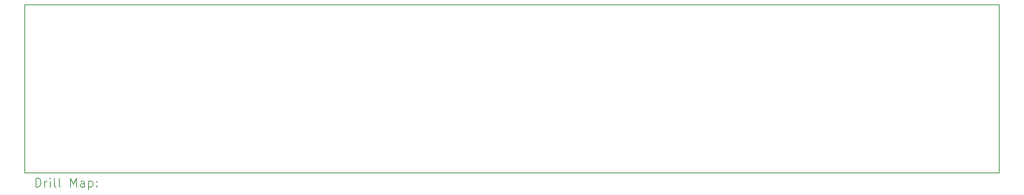
<source format=gbr>
%TF.GenerationSoftware,KiCad,Pcbnew,7.0.7-7.0.7~ubuntu22.04.1*%
%TF.CreationDate,2023-09-23T23:40:23+02:00*%
%TF.ProjectId,Distrib,44697374-7269-4622-9e6b-696361645f70,rev?*%
%TF.SameCoordinates,Original*%
%TF.FileFunction,Drillmap*%
%TF.FilePolarity,Positive*%
%FSLAX45Y45*%
G04 Gerber Fmt 4.5, Leading zero omitted, Abs format (unit mm)*
G04 Created by KiCad (PCBNEW 7.0.7-7.0.7~ubuntu22.04.1) date 2023-09-23 23:40:23*
%MOMM*%
%LPD*%
G01*
G04 APERTURE LIST*
%ADD10C,0.150000*%
%ADD11C,0.200000*%
G04 APERTURE END LIST*
D10*
X25100000Y-5200000D02*
X3100000Y-5200000D01*
X25100000Y-5200000D02*
X25100000Y-9000000D01*
X3100000Y-9000000D02*
X25100000Y-9000000D01*
X3100000Y-5200000D02*
X3100000Y-9000000D01*
D11*
X3353277Y-9318984D02*
X3353277Y-9118984D01*
X3353277Y-9118984D02*
X3400896Y-9118984D01*
X3400896Y-9118984D02*
X3429467Y-9128508D01*
X3429467Y-9128508D02*
X3448515Y-9147555D01*
X3448515Y-9147555D02*
X3458039Y-9166603D01*
X3458039Y-9166603D02*
X3467562Y-9204698D01*
X3467562Y-9204698D02*
X3467562Y-9233270D01*
X3467562Y-9233270D02*
X3458039Y-9271365D01*
X3458039Y-9271365D02*
X3448515Y-9290412D01*
X3448515Y-9290412D02*
X3429467Y-9309460D01*
X3429467Y-9309460D02*
X3400896Y-9318984D01*
X3400896Y-9318984D02*
X3353277Y-9318984D01*
X3553277Y-9318984D02*
X3553277Y-9185650D01*
X3553277Y-9223746D02*
X3562801Y-9204698D01*
X3562801Y-9204698D02*
X3572324Y-9195174D01*
X3572324Y-9195174D02*
X3591372Y-9185650D01*
X3591372Y-9185650D02*
X3610420Y-9185650D01*
X3677086Y-9318984D02*
X3677086Y-9185650D01*
X3677086Y-9118984D02*
X3667562Y-9128508D01*
X3667562Y-9128508D02*
X3677086Y-9138031D01*
X3677086Y-9138031D02*
X3686610Y-9128508D01*
X3686610Y-9128508D02*
X3677086Y-9118984D01*
X3677086Y-9118984D02*
X3677086Y-9138031D01*
X3800896Y-9318984D02*
X3781848Y-9309460D01*
X3781848Y-9309460D02*
X3772324Y-9290412D01*
X3772324Y-9290412D02*
X3772324Y-9118984D01*
X3905658Y-9318984D02*
X3886610Y-9309460D01*
X3886610Y-9309460D02*
X3877086Y-9290412D01*
X3877086Y-9290412D02*
X3877086Y-9118984D01*
X4134229Y-9318984D02*
X4134229Y-9118984D01*
X4134229Y-9118984D02*
X4200896Y-9261841D01*
X4200896Y-9261841D02*
X4267563Y-9118984D01*
X4267563Y-9118984D02*
X4267563Y-9318984D01*
X4448515Y-9318984D02*
X4448515Y-9214222D01*
X4448515Y-9214222D02*
X4438991Y-9195174D01*
X4438991Y-9195174D02*
X4419944Y-9185650D01*
X4419944Y-9185650D02*
X4381848Y-9185650D01*
X4381848Y-9185650D02*
X4362801Y-9195174D01*
X4448515Y-9309460D02*
X4429467Y-9318984D01*
X4429467Y-9318984D02*
X4381848Y-9318984D01*
X4381848Y-9318984D02*
X4362801Y-9309460D01*
X4362801Y-9309460D02*
X4353277Y-9290412D01*
X4353277Y-9290412D02*
X4353277Y-9271365D01*
X4353277Y-9271365D02*
X4362801Y-9252317D01*
X4362801Y-9252317D02*
X4381848Y-9242793D01*
X4381848Y-9242793D02*
X4429467Y-9242793D01*
X4429467Y-9242793D02*
X4448515Y-9233270D01*
X4543753Y-9185650D02*
X4543753Y-9385650D01*
X4543753Y-9195174D02*
X4562801Y-9185650D01*
X4562801Y-9185650D02*
X4600896Y-9185650D01*
X4600896Y-9185650D02*
X4619944Y-9195174D01*
X4619944Y-9195174D02*
X4629467Y-9204698D01*
X4629467Y-9204698D02*
X4638991Y-9223746D01*
X4638991Y-9223746D02*
X4638991Y-9280889D01*
X4638991Y-9280889D02*
X4629467Y-9299936D01*
X4629467Y-9299936D02*
X4619944Y-9309460D01*
X4619944Y-9309460D02*
X4600896Y-9318984D01*
X4600896Y-9318984D02*
X4562801Y-9318984D01*
X4562801Y-9318984D02*
X4543753Y-9309460D01*
X4724705Y-9299936D02*
X4734229Y-9309460D01*
X4734229Y-9309460D02*
X4724705Y-9318984D01*
X4724705Y-9318984D02*
X4715182Y-9309460D01*
X4715182Y-9309460D02*
X4724705Y-9299936D01*
X4724705Y-9299936D02*
X4724705Y-9318984D01*
X4724705Y-9195174D02*
X4734229Y-9204698D01*
X4734229Y-9204698D02*
X4724705Y-9214222D01*
X4724705Y-9214222D02*
X4715182Y-9204698D01*
X4715182Y-9204698D02*
X4724705Y-9195174D01*
X4724705Y-9195174D02*
X4724705Y-9214222D01*
M02*

</source>
